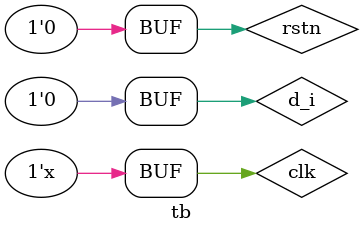
<source format=sv>
`timescale 1ns/10ps

`define CLK_PERIOD 10
`define RESET_GOES_HIGH 150
module tb ();

  // Clock/reset generation
  logic clk = 1'b0;
  logic rstn = 1'b1;
  logic d_i  = 1'b1;
  logic d_o;

  always #(`CLK_PERIOD/2) clk = !clk;
  initial #(`RESET_GOES_HIGH) rstn = 1'b0;
  initial begin
    #200 d_i = 1'b0;
  end

  top uut(
    .clk_i (clk ),
    .rstn_i(rstn),

    .d_i   (d_i),
    .d_o   (d_o) 
  );


endmodule // tb
</source>
